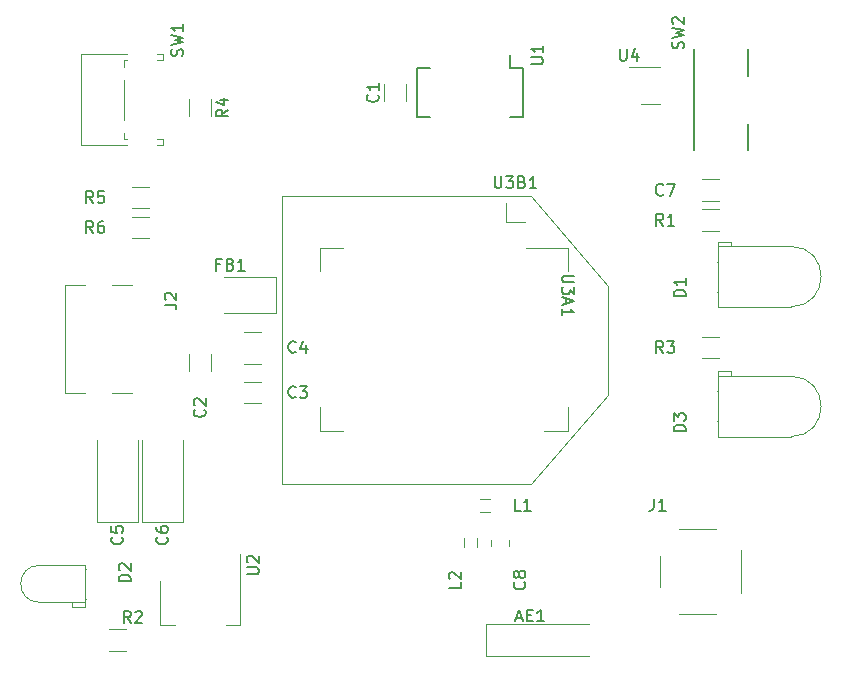
<source format=gbr>
%TF.GenerationSoftware,KiCad,Pcbnew,6.0.10-86aedd382b~118~ubuntu20.04.1*%
%TF.CreationDate,2023-01-16T10:09:38+01:00*%
%TF.ProjectId,Adaptateur-USB-Xbee-2,41646170-7461-4746-9575-722d5553422d,rev?*%
%TF.SameCoordinates,Original*%
%TF.FileFunction,Legend,Top*%
%TF.FilePolarity,Positive*%
%FSLAX46Y46*%
G04 Gerber Fmt 4.6, Leading zero omitted, Abs format (unit mm)*
G04 Created by KiCad (PCBNEW 6.0.10-86aedd382b~118~ubuntu20.04.1) date 2023-01-16 10:09:38*
%MOMM*%
%LPD*%
G01*
G04 APERTURE LIST*
%ADD10C,0.150000*%
%ADD11C,0.120000*%
G04 APERTURE END LIST*
D10*
%TO.C,R4*%
X98242380Y-92876666D02*
X97766190Y-93210000D01*
X98242380Y-93448095D02*
X97242380Y-93448095D01*
X97242380Y-93067142D01*
X97290000Y-92971904D01*
X97337619Y-92924285D01*
X97432857Y-92876666D01*
X97575714Y-92876666D01*
X97670952Y-92924285D01*
X97718571Y-92971904D01*
X97766190Y-93067142D01*
X97766190Y-93448095D01*
X97575714Y-92019523D02*
X98242380Y-92019523D01*
X97194761Y-92257619D02*
X97909047Y-92495714D01*
X97909047Y-91876666D01*
%TO.C,U3B1*%
X120816904Y-98512380D02*
X120816904Y-99321904D01*
X120864523Y-99417142D01*
X120912142Y-99464761D01*
X121007380Y-99512380D01*
X121197857Y-99512380D01*
X121293095Y-99464761D01*
X121340714Y-99417142D01*
X121388333Y-99321904D01*
X121388333Y-98512380D01*
X121769285Y-98512380D02*
X122388333Y-98512380D01*
X122055000Y-98893333D01*
X122197857Y-98893333D01*
X122293095Y-98940952D01*
X122340714Y-98988571D01*
X122388333Y-99083809D01*
X122388333Y-99321904D01*
X122340714Y-99417142D01*
X122293095Y-99464761D01*
X122197857Y-99512380D01*
X121912142Y-99512380D01*
X121816904Y-99464761D01*
X121769285Y-99417142D01*
X123150238Y-98988571D02*
X123293095Y-99036190D01*
X123340714Y-99083809D01*
X123388333Y-99179047D01*
X123388333Y-99321904D01*
X123340714Y-99417142D01*
X123293095Y-99464761D01*
X123197857Y-99512380D01*
X122816904Y-99512380D01*
X122816904Y-98512380D01*
X123150238Y-98512380D01*
X123245476Y-98560000D01*
X123293095Y-98607619D01*
X123340714Y-98702857D01*
X123340714Y-98798095D01*
X123293095Y-98893333D01*
X123245476Y-98940952D01*
X123150238Y-98988571D01*
X122816904Y-98988571D01*
X124340714Y-99512380D02*
X123769285Y-99512380D01*
X124055000Y-99512380D02*
X124055000Y-98512380D01*
X123959761Y-98655238D01*
X123864523Y-98750476D01*
X123769285Y-98798095D01*
%TO.C,R6*%
X86828333Y-103322380D02*
X86495000Y-102846190D01*
X86256904Y-103322380D02*
X86256904Y-102322380D01*
X86637857Y-102322380D01*
X86733095Y-102370000D01*
X86780714Y-102417619D01*
X86828333Y-102512857D01*
X86828333Y-102655714D01*
X86780714Y-102750952D01*
X86733095Y-102798571D01*
X86637857Y-102846190D01*
X86256904Y-102846190D01*
X87685476Y-102322380D02*
X87495000Y-102322380D01*
X87399761Y-102370000D01*
X87352142Y-102417619D01*
X87256904Y-102560476D01*
X87209285Y-102750952D01*
X87209285Y-103131904D01*
X87256904Y-103227142D01*
X87304523Y-103274761D01*
X87399761Y-103322380D01*
X87590238Y-103322380D01*
X87685476Y-103274761D01*
X87733095Y-103227142D01*
X87780714Y-103131904D01*
X87780714Y-102893809D01*
X87733095Y-102798571D01*
X87685476Y-102750952D01*
X87590238Y-102703333D01*
X87399761Y-102703333D01*
X87304523Y-102750952D01*
X87256904Y-102798571D01*
X87209285Y-102893809D01*
%TO.C,SW2*%
X136804761Y-87693333D02*
X136852380Y-87550476D01*
X136852380Y-87312380D01*
X136804761Y-87217142D01*
X136757142Y-87169523D01*
X136661904Y-87121904D01*
X136566666Y-87121904D01*
X136471428Y-87169523D01*
X136423809Y-87217142D01*
X136376190Y-87312380D01*
X136328571Y-87502857D01*
X136280952Y-87598095D01*
X136233333Y-87645714D01*
X136138095Y-87693333D01*
X136042857Y-87693333D01*
X135947619Y-87645714D01*
X135900000Y-87598095D01*
X135852380Y-87502857D01*
X135852380Y-87264761D01*
X135900000Y-87121904D01*
X135852380Y-86788571D02*
X136852380Y-86550476D01*
X136138095Y-86360000D01*
X136852380Y-86169523D01*
X135852380Y-85931428D01*
X135947619Y-85598095D02*
X135900000Y-85550476D01*
X135852380Y-85455238D01*
X135852380Y-85217142D01*
X135900000Y-85121904D01*
X135947619Y-85074285D01*
X136042857Y-85026666D01*
X136138095Y-85026666D01*
X136280952Y-85074285D01*
X136852380Y-85645714D01*
X136852380Y-85026666D01*
%TO.C,C6*%
X93067142Y-129071666D02*
X93114761Y-129119285D01*
X93162380Y-129262142D01*
X93162380Y-129357380D01*
X93114761Y-129500238D01*
X93019523Y-129595476D01*
X92924285Y-129643095D01*
X92733809Y-129690714D01*
X92590952Y-129690714D01*
X92400476Y-129643095D01*
X92305238Y-129595476D01*
X92210000Y-129500238D01*
X92162380Y-129357380D01*
X92162380Y-129262142D01*
X92210000Y-129119285D01*
X92257619Y-129071666D01*
X92162380Y-128214523D02*
X92162380Y-128405000D01*
X92210000Y-128500238D01*
X92257619Y-128547857D01*
X92400476Y-128643095D01*
X92590952Y-128690714D01*
X92971904Y-128690714D01*
X93067142Y-128643095D01*
X93114761Y-128595476D01*
X93162380Y-128500238D01*
X93162380Y-128309761D01*
X93114761Y-128214523D01*
X93067142Y-128166904D01*
X92971904Y-128119285D01*
X92733809Y-128119285D01*
X92638571Y-128166904D01*
X92590952Y-128214523D01*
X92543333Y-128309761D01*
X92543333Y-128500238D01*
X92590952Y-128595476D01*
X92638571Y-128643095D01*
X92733809Y-128690714D01*
%TO.C,C1*%
X110902142Y-91606666D02*
X110949761Y-91654285D01*
X110997380Y-91797142D01*
X110997380Y-91892380D01*
X110949761Y-92035238D01*
X110854523Y-92130476D01*
X110759285Y-92178095D01*
X110568809Y-92225714D01*
X110425952Y-92225714D01*
X110235476Y-92178095D01*
X110140238Y-92130476D01*
X110045000Y-92035238D01*
X109997380Y-91892380D01*
X109997380Y-91797142D01*
X110045000Y-91654285D01*
X110092619Y-91606666D01*
X110997380Y-90654285D02*
X110997380Y-91225714D01*
X110997380Y-90940000D02*
X109997380Y-90940000D01*
X110140238Y-91035238D01*
X110235476Y-91130476D01*
X110283095Y-91225714D01*
%TO.C,D2*%
X89987380Y-132818095D02*
X88987380Y-132818095D01*
X88987380Y-132580000D01*
X89035000Y-132437142D01*
X89130238Y-132341904D01*
X89225476Y-132294285D01*
X89415952Y-132246666D01*
X89558809Y-132246666D01*
X89749285Y-132294285D01*
X89844523Y-132341904D01*
X89939761Y-132437142D01*
X89987380Y-132580000D01*
X89987380Y-132818095D01*
X89082619Y-131865714D02*
X89035000Y-131818095D01*
X88987380Y-131722857D01*
X88987380Y-131484761D01*
X89035000Y-131389523D01*
X89082619Y-131341904D01*
X89177857Y-131294285D01*
X89273095Y-131294285D01*
X89415952Y-131341904D01*
X89987380Y-131913333D01*
X89987380Y-131294285D01*
%TO.C,D1*%
X136977380Y-108688095D02*
X135977380Y-108688095D01*
X135977380Y-108450000D01*
X136025000Y-108307142D01*
X136120238Y-108211904D01*
X136215476Y-108164285D01*
X136405952Y-108116666D01*
X136548809Y-108116666D01*
X136739285Y-108164285D01*
X136834523Y-108211904D01*
X136929761Y-108307142D01*
X136977380Y-108450000D01*
X136977380Y-108688095D01*
X136977380Y-107164285D02*
X136977380Y-107735714D01*
X136977380Y-107450000D02*
X135977380Y-107450000D01*
X136120238Y-107545238D01*
X136215476Y-107640476D01*
X136263095Y-107735714D01*
%TO.C,C7*%
X135088333Y-100052142D02*
X135040714Y-100099761D01*
X134897857Y-100147380D01*
X134802619Y-100147380D01*
X134659761Y-100099761D01*
X134564523Y-100004523D01*
X134516904Y-99909285D01*
X134469285Y-99718809D01*
X134469285Y-99575952D01*
X134516904Y-99385476D01*
X134564523Y-99290238D01*
X134659761Y-99195000D01*
X134802619Y-99147380D01*
X134897857Y-99147380D01*
X135040714Y-99195000D01*
X135088333Y-99242619D01*
X135421666Y-99147380D02*
X136088333Y-99147380D01*
X135659761Y-100147380D01*
%TO.C,AE1*%
X122658333Y-135911666D02*
X123134523Y-135911666D01*
X122563095Y-136197380D02*
X122896428Y-135197380D01*
X123229761Y-136197380D01*
X123563095Y-135673571D02*
X123896428Y-135673571D01*
X124039285Y-136197380D02*
X123563095Y-136197380D01*
X123563095Y-135197380D01*
X124039285Y-135197380D01*
X124991666Y-136197380D02*
X124420238Y-136197380D01*
X124705952Y-136197380D02*
X124705952Y-135197380D01*
X124610714Y-135340238D01*
X124515476Y-135435476D01*
X124420238Y-135483095D01*
%TO.C,C3*%
X103973333Y-117197142D02*
X103925714Y-117244761D01*
X103782857Y-117292380D01*
X103687619Y-117292380D01*
X103544761Y-117244761D01*
X103449523Y-117149523D01*
X103401904Y-117054285D01*
X103354285Y-116863809D01*
X103354285Y-116720952D01*
X103401904Y-116530476D01*
X103449523Y-116435238D01*
X103544761Y-116340000D01*
X103687619Y-116292380D01*
X103782857Y-116292380D01*
X103925714Y-116340000D01*
X103973333Y-116387619D01*
X104306666Y-116292380D02*
X104925714Y-116292380D01*
X104592380Y-116673333D01*
X104735238Y-116673333D01*
X104830476Y-116720952D01*
X104878095Y-116768571D01*
X104925714Y-116863809D01*
X104925714Y-117101904D01*
X104878095Y-117197142D01*
X104830476Y-117244761D01*
X104735238Y-117292380D01*
X104449523Y-117292380D01*
X104354285Y-117244761D01*
X104306666Y-117197142D01*
%TO.C,L1*%
X123023333Y-126817380D02*
X122547142Y-126817380D01*
X122547142Y-125817380D01*
X123880476Y-126817380D02*
X123309047Y-126817380D01*
X123594761Y-126817380D02*
X123594761Y-125817380D01*
X123499523Y-125960238D01*
X123404285Y-126055476D01*
X123309047Y-126103095D01*
%TO.C,R1*%
X135088333Y-102687380D02*
X134755000Y-102211190D01*
X134516904Y-102687380D02*
X134516904Y-101687380D01*
X134897857Y-101687380D01*
X134993095Y-101735000D01*
X135040714Y-101782619D01*
X135088333Y-101877857D01*
X135088333Y-102020714D01*
X135040714Y-102115952D01*
X134993095Y-102163571D01*
X134897857Y-102211190D01*
X134516904Y-102211190D01*
X136040714Y-102687380D02*
X135469285Y-102687380D01*
X135755000Y-102687380D02*
X135755000Y-101687380D01*
X135659761Y-101830238D01*
X135564523Y-101925476D01*
X135469285Y-101973095D01*
%TO.C,U2*%
X99837380Y-132206904D02*
X100646904Y-132206904D01*
X100742142Y-132159285D01*
X100789761Y-132111666D01*
X100837380Y-132016428D01*
X100837380Y-131825952D01*
X100789761Y-131730714D01*
X100742142Y-131683095D01*
X100646904Y-131635476D01*
X99837380Y-131635476D01*
X99932619Y-131206904D02*
X99885000Y-131159285D01*
X99837380Y-131064047D01*
X99837380Y-130825952D01*
X99885000Y-130730714D01*
X99932619Y-130683095D01*
X100027857Y-130635476D01*
X100123095Y-130635476D01*
X100265952Y-130683095D01*
X100837380Y-131254523D01*
X100837380Y-130635476D01*
%TO.C,J2*%
X92879880Y-109388333D02*
X93594166Y-109388333D01*
X93737023Y-109435952D01*
X93832261Y-109531190D01*
X93879880Y-109674047D01*
X93879880Y-109769285D01*
X92975119Y-108959761D02*
X92927500Y-108912142D01*
X92879880Y-108816904D01*
X92879880Y-108578809D01*
X92927500Y-108483571D01*
X92975119Y-108435952D01*
X93070357Y-108388333D01*
X93165595Y-108388333D01*
X93308452Y-108435952D01*
X93879880Y-109007380D01*
X93879880Y-108388333D01*
%TO.C,SW1*%
X94384761Y-88328333D02*
X94432380Y-88185476D01*
X94432380Y-87947380D01*
X94384761Y-87852142D01*
X94337142Y-87804523D01*
X94241904Y-87756904D01*
X94146666Y-87756904D01*
X94051428Y-87804523D01*
X94003809Y-87852142D01*
X93956190Y-87947380D01*
X93908571Y-88137857D01*
X93860952Y-88233095D01*
X93813333Y-88280714D01*
X93718095Y-88328333D01*
X93622857Y-88328333D01*
X93527619Y-88280714D01*
X93480000Y-88233095D01*
X93432380Y-88137857D01*
X93432380Y-87899761D01*
X93480000Y-87756904D01*
X93432380Y-87423571D02*
X94432380Y-87185476D01*
X93718095Y-86995000D01*
X94432380Y-86804523D01*
X93432380Y-86566428D01*
X94432380Y-85661666D02*
X94432380Y-86233095D01*
X94432380Y-85947380D02*
X93432380Y-85947380D01*
X93575238Y-86042619D01*
X93670476Y-86137857D01*
X93718095Y-86233095D01*
%TO.C,C5*%
X89257142Y-129071666D02*
X89304761Y-129119285D01*
X89352380Y-129262142D01*
X89352380Y-129357380D01*
X89304761Y-129500238D01*
X89209523Y-129595476D01*
X89114285Y-129643095D01*
X88923809Y-129690714D01*
X88780952Y-129690714D01*
X88590476Y-129643095D01*
X88495238Y-129595476D01*
X88400000Y-129500238D01*
X88352380Y-129357380D01*
X88352380Y-129262142D01*
X88400000Y-129119285D01*
X88447619Y-129071666D01*
X88352380Y-128166904D02*
X88352380Y-128643095D01*
X88828571Y-128690714D01*
X88780952Y-128643095D01*
X88733333Y-128547857D01*
X88733333Y-128309761D01*
X88780952Y-128214523D01*
X88828571Y-128166904D01*
X88923809Y-128119285D01*
X89161904Y-128119285D01*
X89257142Y-128166904D01*
X89304761Y-128214523D01*
X89352380Y-128309761D01*
X89352380Y-128547857D01*
X89304761Y-128643095D01*
X89257142Y-128690714D01*
%TO.C,J1*%
X134286666Y-125817380D02*
X134286666Y-126531666D01*
X134239047Y-126674523D01*
X134143809Y-126769761D01*
X134000952Y-126817380D01*
X133905714Y-126817380D01*
X135286666Y-126817380D02*
X134715238Y-126817380D01*
X135000952Y-126817380D02*
X135000952Y-125817380D01*
X134905714Y-125960238D01*
X134810476Y-126055476D01*
X134715238Y-126103095D01*
%TO.C,FB1*%
X97591666Y-105973571D02*
X97258333Y-105973571D01*
X97258333Y-106497380D02*
X97258333Y-105497380D01*
X97734523Y-105497380D01*
X98448809Y-105973571D02*
X98591666Y-106021190D01*
X98639285Y-106068809D01*
X98686904Y-106164047D01*
X98686904Y-106306904D01*
X98639285Y-106402142D01*
X98591666Y-106449761D01*
X98496428Y-106497380D01*
X98115476Y-106497380D01*
X98115476Y-105497380D01*
X98448809Y-105497380D01*
X98544047Y-105545000D01*
X98591666Y-105592619D01*
X98639285Y-105687857D01*
X98639285Y-105783095D01*
X98591666Y-105878333D01*
X98544047Y-105925952D01*
X98448809Y-105973571D01*
X98115476Y-105973571D01*
X99639285Y-106497380D02*
X99067857Y-106497380D01*
X99353571Y-106497380D02*
X99353571Y-105497380D01*
X99258333Y-105640238D01*
X99163095Y-105735476D01*
X99067857Y-105783095D01*
%TO.C,U4*%
X131423095Y-87717380D02*
X131423095Y-88526904D01*
X131470714Y-88622142D01*
X131518333Y-88669761D01*
X131613571Y-88717380D01*
X131804047Y-88717380D01*
X131899285Y-88669761D01*
X131946904Y-88622142D01*
X131994523Y-88526904D01*
X131994523Y-87717380D01*
X132899285Y-88050714D02*
X132899285Y-88717380D01*
X132661190Y-87669761D02*
X132423095Y-88384047D01*
X133042142Y-88384047D01*
%TO.C,R5*%
X86828333Y-100782380D02*
X86495000Y-100306190D01*
X86256904Y-100782380D02*
X86256904Y-99782380D01*
X86637857Y-99782380D01*
X86733095Y-99830000D01*
X86780714Y-99877619D01*
X86828333Y-99972857D01*
X86828333Y-100115714D01*
X86780714Y-100210952D01*
X86733095Y-100258571D01*
X86637857Y-100306190D01*
X86256904Y-100306190D01*
X87733095Y-99782380D02*
X87256904Y-99782380D01*
X87209285Y-100258571D01*
X87256904Y-100210952D01*
X87352142Y-100163333D01*
X87590238Y-100163333D01*
X87685476Y-100210952D01*
X87733095Y-100258571D01*
X87780714Y-100353809D01*
X87780714Y-100591904D01*
X87733095Y-100687142D01*
X87685476Y-100734761D01*
X87590238Y-100782380D01*
X87352142Y-100782380D01*
X87256904Y-100734761D01*
X87209285Y-100687142D01*
%TO.C,R2*%
X90003333Y-136342380D02*
X89670000Y-135866190D01*
X89431904Y-136342380D02*
X89431904Y-135342380D01*
X89812857Y-135342380D01*
X89908095Y-135390000D01*
X89955714Y-135437619D01*
X90003333Y-135532857D01*
X90003333Y-135675714D01*
X89955714Y-135770952D01*
X89908095Y-135818571D01*
X89812857Y-135866190D01*
X89431904Y-135866190D01*
X90384285Y-135437619D02*
X90431904Y-135390000D01*
X90527142Y-135342380D01*
X90765238Y-135342380D01*
X90860476Y-135390000D01*
X90908095Y-135437619D01*
X90955714Y-135532857D01*
X90955714Y-135628095D01*
X90908095Y-135770952D01*
X90336666Y-136342380D01*
X90955714Y-136342380D01*
%TO.C,C2*%
X96242142Y-118276666D02*
X96289761Y-118324285D01*
X96337380Y-118467142D01*
X96337380Y-118562380D01*
X96289761Y-118705238D01*
X96194523Y-118800476D01*
X96099285Y-118848095D01*
X95908809Y-118895714D01*
X95765952Y-118895714D01*
X95575476Y-118848095D01*
X95480238Y-118800476D01*
X95385000Y-118705238D01*
X95337380Y-118562380D01*
X95337380Y-118467142D01*
X95385000Y-118324285D01*
X95432619Y-118276666D01*
X95432619Y-117895714D02*
X95385000Y-117848095D01*
X95337380Y-117752857D01*
X95337380Y-117514761D01*
X95385000Y-117419523D01*
X95432619Y-117371904D01*
X95527857Y-117324285D01*
X95623095Y-117324285D01*
X95765952Y-117371904D01*
X96337380Y-117943333D01*
X96337380Y-117324285D01*
%TO.C,U1*%
X123912380Y-89026904D02*
X124721904Y-89026904D01*
X124817142Y-88979285D01*
X124864761Y-88931666D01*
X124912380Y-88836428D01*
X124912380Y-88645952D01*
X124864761Y-88550714D01*
X124817142Y-88503095D01*
X124721904Y-88455476D01*
X123912380Y-88455476D01*
X124912380Y-87455476D02*
X124912380Y-88026904D01*
X124912380Y-87741190D02*
X123912380Y-87741190D01*
X124055238Y-87836428D01*
X124150476Y-87931666D01*
X124198095Y-88026904D01*
%TO.C,C4*%
X103973333Y-113387142D02*
X103925714Y-113434761D01*
X103782857Y-113482380D01*
X103687619Y-113482380D01*
X103544761Y-113434761D01*
X103449523Y-113339523D01*
X103401904Y-113244285D01*
X103354285Y-113053809D01*
X103354285Y-112910952D01*
X103401904Y-112720476D01*
X103449523Y-112625238D01*
X103544761Y-112530000D01*
X103687619Y-112482380D01*
X103782857Y-112482380D01*
X103925714Y-112530000D01*
X103973333Y-112577619D01*
X104830476Y-112815714D02*
X104830476Y-113482380D01*
X104592380Y-112434761D02*
X104354285Y-113149047D01*
X104973333Y-113149047D01*
%TO.C,U3A1*%
X127547619Y-106918333D02*
X126738095Y-106918333D01*
X126642857Y-106965952D01*
X126595238Y-107013571D01*
X126547619Y-107108809D01*
X126547619Y-107299285D01*
X126595238Y-107394523D01*
X126642857Y-107442142D01*
X126738095Y-107489761D01*
X127547619Y-107489761D01*
X127547619Y-107870714D02*
X127547619Y-108489761D01*
X127166666Y-108156428D01*
X127166666Y-108299285D01*
X127119047Y-108394523D01*
X127071428Y-108442142D01*
X126976190Y-108489761D01*
X126738095Y-108489761D01*
X126642857Y-108442142D01*
X126595238Y-108394523D01*
X126547619Y-108299285D01*
X126547619Y-108013571D01*
X126595238Y-107918333D01*
X126642857Y-107870714D01*
X126833333Y-108870714D02*
X126833333Y-109346904D01*
X126547619Y-108775476D02*
X127547619Y-109108809D01*
X126547619Y-109442142D01*
X126547619Y-110299285D02*
X126547619Y-109727857D01*
X126547619Y-110013571D02*
X127547619Y-110013571D01*
X127404761Y-109918333D01*
X127309523Y-109823095D01*
X127261904Y-109727857D01*
%TO.C,D3*%
X136977380Y-120118095D02*
X135977380Y-120118095D01*
X135977380Y-119880000D01*
X136025000Y-119737142D01*
X136120238Y-119641904D01*
X136215476Y-119594285D01*
X136405952Y-119546666D01*
X136548809Y-119546666D01*
X136739285Y-119594285D01*
X136834523Y-119641904D01*
X136929761Y-119737142D01*
X136977380Y-119880000D01*
X136977380Y-120118095D01*
X135977380Y-119213333D02*
X135977380Y-118594285D01*
X136358333Y-118927619D01*
X136358333Y-118784761D01*
X136405952Y-118689523D01*
X136453571Y-118641904D01*
X136548809Y-118594285D01*
X136786904Y-118594285D01*
X136882142Y-118641904D01*
X136929761Y-118689523D01*
X136977380Y-118784761D01*
X136977380Y-119070476D01*
X136929761Y-119165714D01*
X136882142Y-119213333D01*
%TO.C,R3*%
X135088333Y-113482380D02*
X134755000Y-113006190D01*
X134516904Y-113482380D02*
X134516904Y-112482380D01*
X134897857Y-112482380D01*
X134993095Y-112530000D01*
X135040714Y-112577619D01*
X135088333Y-112672857D01*
X135088333Y-112815714D01*
X135040714Y-112910952D01*
X134993095Y-112958571D01*
X134897857Y-113006190D01*
X134516904Y-113006190D01*
X135421666Y-112482380D02*
X136040714Y-112482380D01*
X135707380Y-112863333D01*
X135850238Y-112863333D01*
X135945476Y-112910952D01*
X135993095Y-112958571D01*
X136040714Y-113053809D01*
X136040714Y-113291904D01*
X135993095Y-113387142D01*
X135945476Y-113434761D01*
X135850238Y-113482380D01*
X135564523Y-113482380D01*
X135469285Y-113434761D01*
X135421666Y-113387142D01*
%TO.C,L2*%
X117927380Y-132881666D02*
X117927380Y-133357857D01*
X116927380Y-133357857D01*
X117022619Y-132595952D02*
X116975000Y-132548333D01*
X116927380Y-132453095D01*
X116927380Y-132215000D01*
X116975000Y-132119761D01*
X117022619Y-132072142D01*
X117117857Y-132024523D01*
X117213095Y-132024523D01*
X117355952Y-132072142D01*
X117927380Y-132643571D01*
X117927380Y-132024523D01*
%TO.C,C8*%
X123322142Y-132881666D02*
X123369761Y-132929285D01*
X123417380Y-133072142D01*
X123417380Y-133167380D01*
X123369761Y-133310238D01*
X123274523Y-133405476D01*
X123179285Y-133453095D01*
X122988809Y-133500714D01*
X122845952Y-133500714D01*
X122655476Y-133453095D01*
X122560238Y-133405476D01*
X122465000Y-133310238D01*
X122417380Y-133167380D01*
X122417380Y-133072142D01*
X122465000Y-132929285D01*
X122512619Y-132881666D01*
X122845952Y-132310238D02*
X122798333Y-132405476D01*
X122750714Y-132453095D01*
X122655476Y-132500714D01*
X122607857Y-132500714D01*
X122512619Y-132453095D01*
X122465000Y-132405476D01*
X122417380Y-132310238D01*
X122417380Y-132119761D01*
X122465000Y-132024523D01*
X122512619Y-131976904D01*
X122607857Y-131929285D01*
X122655476Y-131929285D01*
X122750714Y-131976904D01*
X122798333Y-132024523D01*
X122845952Y-132119761D01*
X122845952Y-132310238D01*
X122893571Y-132405476D01*
X122941190Y-132453095D01*
X123036428Y-132500714D01*
X123226904Y-132500714D01*
X123322142Y-132453095D01*
X123369761Y-132405476D01*
X123417380Y-132310238D01*
X123417380Y-132119761D01*
X123369761Y-132024523D01*
X123322142Y-131976904D01*
X123226904Y-131929285D01*
X123036428Y-131929285D01*
X122941190Y-131976904D01*
X122893571Y-132024523D01*
X122845952Y-132119761D01*
D11*
%TO.C,R4*%
X96795000Y-93437064D02*
X96795000Y-91982936D01*
X94975000Y-93437064D02*
X94975000Y-91982936D01*
%TO.C,U3B1*%
X102795000Y-124600000D02*
X123895000Y-124600000D01*
X102795000Y-100200000D02*
X102795000Y-124600000D01*
X121795000Y-102400000D02*
X123395000Y-102400000D01*
X130395000Y-117000000D02*
X130395000Y-107800000D01*
X121795000Y-100800000D02*
X121795000Y-102400000D01*
X123895000Y-124600000D02*
X130395000Y-117000000D01*
X130395000Y-107800000D02*
X123895000Y-100200000D01*
X123895000Y-100200000D02*
X102795000Y-100200000D01*
%TO.C,R6*%
X90077936Y-103780000D02*
X91532064Y-103780000D01*
X90077936Y-101960000D02*
X91532064Y-101960000D01*
D10*
%TO.C,SW2*%
X142300000Y-90000000D02*
X142300000Y-87700000D01*
X142300000Y-96300000D02*
X142300000Y-94100000D01*
X137700000Y-96300000D02*
X137700000Y-87700000D01*
D11*
%TO.C,C6*%
X94420000Y-127760000D02*
X94420000Y-120825000D01*
X91000000Y-127760000D02*
X94420000Y-127760000D01*
X91000000Y-120825000D02*
X91000000Y-127760000D01*
%TO.C,C1*%
X111485000Y-92151252D02*
X111485000Y-90728748D01*
X113305000Y-92151252D02*
X113305000Y-90728748D01*
%TO.C,D2*%
X86115000Y-134980000D02*
X84995000Y-134980000D01*
X86115000Y-134580000D02*
X86115000Y-134980000D01*
X86115000Y-131460000D02*
X86115000Y-134580000D01*
X86115000Y-134580000D02*
X82255000Y-134580000D01*
X86245000Y-131750000D02*
X86245000Y-131750000D01*
X86245000Y-134290000D02*
X86245000Y-134290000D01*
X86115000Y-131750000D02*
X86245000Y-131750000D01*
X86115000Y-131460000D02*
X82255000Y-131460000D01*
X84995000Y-134580000D02*
X86115000Y-134580000D01*
X86115000Y-134290000D02*
X86245000Y-134290000D01*
X86115000Y-134290000D02*
X86115000Y-134290000D01*
X84995000Y-134980000D02*
X84995000Y-134580000D01*
X86245000Y-131750000D02*
X86115000Y-131750000D01*
X86245000Y-134290000D02*
X86115000Y-134290000D01*
X86115000Y-131750000D02*
X86115000Y-131750000D01*
X82255000Y-131460000D02*
G75*
G03*
X82255000Y-134580000I0J-1560000D01*
G01*
%TO.C,D1*%
X139735000Y-108275000D02*
X139735000Y-108275000D01*
X139735000Y-105735000D02*
X139735000Y-105735000D01*
X139735000Y-109565000D02*
X139735000Y-104445000D01*
X139735000Y-109565000D02*
X145895000Y-109565000D01*
X139735000Y-104045000D02*
X140855000Y-104045000D01*
X139735000Y-104445000D02*
X139735000Y-104045000D01*
X140855000Y-104045000D02*
X140855000Y-104445000D01*
X139735000Y-105735000D02*
X139605000Y-105735000D01*
X139605000Y-108275000D02*
X139735000Y-108275000D01*
X140855000Y-104445000D02*
X139735000Y-104445000D01*
X139605000Y-108275000D02*
X139605000Y-108275000D01*
X139735000Y-108275000D02*
X139605000Y-108275000D01*
X139605000Y-105735000D02*
X139735000Y-105735000D01*
X139735000Y-104445000D02*
X145895000Y-104445000D01*
X139605000Y-105735000D02*
X139605000Y-105735000D01*
X145895000Y-109565000D02*
G75*
G03*
X145895000Y-104445000I0J2560000D01*
G01*
%TO.C,C7*%
X138353748Y-100605000D02*
X139776252Y-100605000D01*
X138353748Y-98785000D02*
X139776252Y-98785000D01*
%TO.C,AE1*%
X128825000Y-136435000D02*
X120115000Y-136435000D01*
X120115000Y-139155000D02*
X128825000Y-139155000D01*
X120115000Y-136435000D02*
X120115000Y-139155000D01*
%TO.C,C3*%
X101041252Y-117750000D02*
X99618748Y-117750000D01*
X101041252Y-115930000D02*
X99618748Y-115930000D01*
%TO.C,L1*%
X119615378Y-125805000D02*
X120414622Y-125805000D01*
X119615378Y-126925000D02*
X120414622Y-126925000D01*
%TO.C,R1*%
X138337936Y-103145000D02*
X139792064Y-103145000D01*
X138337936Y-101325000D02*
X139792064Y-101325000D01*
%TO.C,U2*%
X92475000Y-136530000D02*
X93735000Y-136530000D01*
X99295000Y-136530000D02*
X98035000Y-136530000D01*
X99295000Y-130520000D02*
X99295000Y-136530000D01*
X92475000Y-132770000D02*
X92475000Y-136530000D01*
%TO.C,J2*%
X90097500Y-116905000D02*
X88427500Y-116905000D01*
X86097500Y-107710000D02*
X84427500Y-107710000D01*
X86097500Y-116905000D02*
X84427500Y-116900000D01*
X84427500Y-107710000D02*
X84427500Y-116900000D01*
X90097500Y-107715000D02*
X88427500Y-107715000D01*
%TO.C,SW1*%
X92772500Y-88685000D02*
X92772500Y-88165000D01*
X89432500Y-89225000D02*
X89432500Y-88685000D01*
X89432500Y-88685000D02*
X89662500Y-88685000D01*
X92262500Y-95885000D02*
X92772500Y-95885000D01*
X85762500Y-95885000D02*
X89662500Y-95885000D01*
X92262500Y-88165000D02*
X92772500Y-88165000D01*
X92262500Y-95365000D02*
X92772500Y-95365000D01*
X85762500Y-95885000D02*
X85762500Y-88165000D01*
X89432500Y-95365000D02*
X89432500Y-94825000D01*
X89432500Y-95365000D02*
X89662500Y-95365000D01*
X92262500Y-88685000D02*
X92772500Y-88685000D01*
X85762500Y-88165000D02*
X89662500Y-88165000D01*
X92772500Y-95885000D02*
X92772500Y-95365000D01*
X89432500Y-93725000D02*
X89432500Y-90325000D01*
%TO.C,C5*%
X87190000Y-127760000D02*
X90610000Y-127760000D01*
X90610000Y-127760000D02*
X90610000Y-120825000D01*
X87190000Y-120825000D02*
X87190000Y-127760000D01*
%TO.C,J1*%
X134800000Y-130700000D02*
X134800000Y-133300000D01*
X139600000Y-135600000D02*
X136400000Y-135600000D01*
X139600000Y-128400000D02*
X136400000Y-128400000D01*
X141680000Y-130200000D02*
X141680000Y-133800000D01*
%TO.C,FB1*%
X99606263Y-111675000D02*
X101053737Y-111675000D01*
X99606263Y-114385000D02*
X101053737Y-114385000D01*
%TO.C,U4*%
X133985000Y-92365000D02*
X133185000Y-92365000D01*
X133985000Y-89245000D02*
X134785000Y-89245000D01*
X133985000Y-89245000D02*
X132185000Y-89245000D01*
X133985000Y-92365000D02*
X134785000Y-92365000D01*
%TO.C,R5*%
X90077936Y-101240000D02*
X91532064Y-101240000D01*
X90077936Y-99420000D02*
X91532064Y-99420000D01*
%TO.C,R2*%
X89627064Y-138705000D02*
X88172936Y-138705000D01*
X89627064Y-136885000D02*
X88172936Y-136885000D01*
%TO.C,C2*%
X94975000Y-113588748D02*
X94975000Y-115011252D01*
X96795000Y-113588748D02*
X96795000Y-115011252D01*
D10*
%TO.C,U1*%
X122110000Y-89365000D02*
X123220000Y-89365000D01*
X114270000Y-93515000D02*
X115380000Y-93515000D01*
X114270000Y-89365000D02*
X115380000Y-89365000D01*
X123220000Y-93515000D02*
X122110000Y-93515000D01*
X123220000Y-89365000D02*
X123220000Y-93515000D01*
X114270000Y-89365000D02*
X114270000Y-93515000D01*
X122110000Y-89365000D02*
X122110000Y-88240000D01*
D11*
%TO.C,C4*%
X102330000Y-110095000D02*
X102330000Y-107075000D01*
X97945000Y-110095000D02*
X102330000Y-110095000D01*
X102330000Y-107075000D02*
X97945000Y-107075000D01*
%TO.C,U3A1*%
X108000000Y-104550000D02*
X106000000Y-104550000D01*
X127000000Y-104550000D02*
X127000000Y-106550000D01*
X106000000Y-104550000D02*
X106000000Y-106550000D01*
X123500000Y-104550000D02*
X127000000Y-104550000D01*
X127000000Y-118050000D02*
X127000000Y-120050000D01*
X106000000Y-120050000D02*
X106000000Y-118050000D01*
X127000000Y-120050000D02*
X125000000Y-120050000D01*
X108000000Y-120050000D02*
X106000000Y-120050000D01*
%TO.C,D3*%
X139735000Y-115445000D02*
X145895000Y-115445000D01*
X139735000Y-116735000D02*
X139735000Y-116735000D01*
X139605000Y-119275000D02*
X139735000Y-119275000D01*
X140855000Y-115045000D02*
X140855000Y-115445000D01*
X139735000Y-120565000D02*
X139735000Y-115445000D01*
X140855000Y-115445000D02*
X139735000Y-115445000D01*
X139605000Y-116735000D02*
X139735000Y-116735000D01*
X139605000Y-116735000D02*
X139605000Y-116735000D01*
X139735000Y-115445000D02*
X139735000Y-115045000D01*
X139735000Y-120565000D02*
X145895000Y-120565000D01*
X139735000Y-116735000D02*
X139605000Y-116735000D01*
X139735000Y-119275000D02*
X139605000Y-119275000D01*
X139735000Y-115045000D02*
X140855000Y-115045000D01*
X139605000Y-119275000D02*
X139605000Y-119275000D01*
X139735000Y-119275000D02*
X139735000Y-119275000D01*
X145895000Y-120565000D02*
G75*
G03*
X145895000Y-115445000I0J2560000D01*
G01*
%TO.C,R3*%
X138337936Y-112120000D02*
X139792064Y-112120000D01*
X138337936Y-113940000D02*
X139792064Y-113940000D01*
%TO.C,L2*%
X118185000Y-129140378D02*
X118185000Y-129939622D01*
X119305000Y-129140378D02*
X119305000Y-129939622D01*
%TO.C,C8*%
X120550000Y-129278748D02*
X120550000Y-129801252D01*
X122020000Y-129278748D02*
X122020000Y-129801252D01*
%TD*%
M02*

</source>
